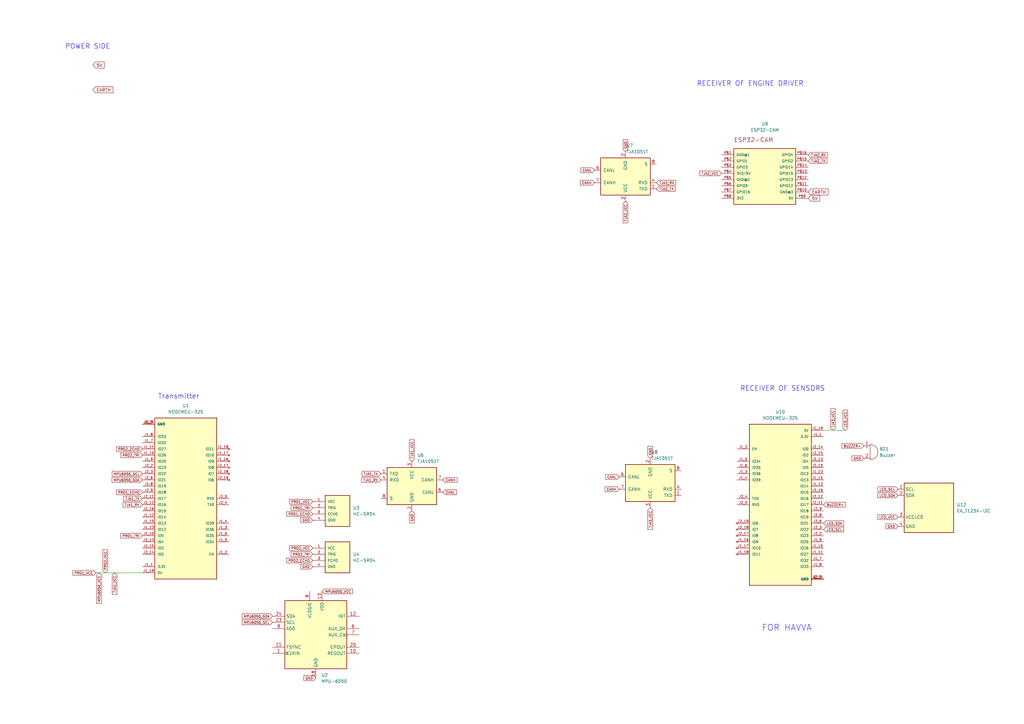
<source format=kicad_sch>
(kicad_sch (version 20230121) (generator eeschema)

  (uuid a493a4c8-5d99-493c-aa28-17f182cb1fd3)

  (paper "A3")

  (lib_symbols
    (symbol "Device:Buzzer" (pin_names (offset 0.0254) hide) (in_bom yes) (on_board yes)
      (property "Reference" "BZ" (at 3.81 1.27 0)
        (effects (font (size 1.27 1.27)) (justify left))
      )
      (property "Value" "Buzzer" (at 3.81 -1.27 0)
        (effects (font (size 1.27 1.27)) (justify left))
      )
      (property "Footprint" "" (at -0.635 2.54 90)
        (effects (font (size 1.27 1.27)) hide)
      )
      (property "Datasheet" "~" (at -0.635 2.54 90)
        (effects (font (size 1.27 1.27)) hide)
      )
      (property "ki_keywords" "quartz resonator ceramic" (at 0 0 0)
        (effects (font (size 1.27 1.27)) hide)
      )
      (property "ki_description" "Buzzer, polarized" (at 0 0 0)
        (effects (font (size 1.27 1.27)) hide)
      )
      (property "ki_fp_filters" "*Buzzer*" (at 0 0 0)
        (effects (font (size 1.27 1.27)) hide)
      )
      (symbol "Buzzer_0_1"
        (arc (start 0 -3.175) (mid 3.1612 0) (end 0 3.175)
          (stroke (width 0) (type default))
          (fill (type none))
        )
        (polyline
          (pts
            (xy -1.651 1.905)
            (xy -1.143 1.905)
          )
          (stroke (width 0) (type default))
          (fill (type none))
        )
        (polyline
          (pts
            (xy -1.397 2.159)
            (xy -1.397 1.651)
          )
          (stroke (width 0) (type default))
          (fill (type none))
        )
        (polyline
          (pts
            (xy 0 3.175)
            (xy 0 -3.175)
          )
          (stroke (width 0) (type default))
          (fill (type none))
        )
      )
      (symbol "Buzzer_1_1"
        (pin passive line (at -2.54 2.54 0) (length 2.54)
          (name "-" (effects (font (size 1.27 1.27))))
          (number "1" (effects (font (size 1.27 1.27))))
        )
        (pin passive line (at -2.54 -2.54 0) (length 2.54)
          (name "+" (effects (font (size 1.27 1.27))))
          (number "2" (effects (font (size 1.27 1.27))))
        )
      )
    )
    (symbol "Display_Character:EA_T123X-I2C" (in_bom yes) (on_board yes)
      (property "Reference" "U" (at -8.89 11.43 0)
        (effects (font (size 1.27 1.27)))
      )
      (property "Value" "EA_T123X-I2C" (at 3.556 11.684 0)
        (effects (font (size 1.27 1.27)) (justify left))
      )
      (property "Footprint" "Display:EA_T123X-I2C" (at 0 -15.24 0)
        (effects (font (size 1.27 1.27)) hide)
      )
      (property "Datasheet" "http://www.lcd-module.de/pdf/doma/t123-i2c.pdf" (at 0 -12.7 0)
        (effects (font (size 1.27 1.27)) hide)
      )
      (property "ki_keywords" "display LCD 7-segment" (at 0 0 0)
        (effects (font (size 1.27 1.27)) hide)
      )
      (property "ki_description" "3 Lines, 12 character alpha numeric LCD, transreflective STN and FSTN Gray, I2C, single or dual power" (at 0 0 0)
        (effects (font (size 1.27 1.27)) hide)
      )
      (property "ki_fp_filters" "EA?T123X?I2C*" (at 0 0 0)
        (effects (font (size 1.27 1.27)) hide)
      )
      (symbol "EA_T123X-I2C_0_1"
        (rectangle (start -10.16 10.16) (end 10.16 -10.16)
          (stroke (width 0.254) (type default))
          (fill (type background))
        )
      )
      (symbol "EA_T123X-I2C_1_1"
        (pin input line (at -12.7 7.62 0) (length 2.54)
          (name "SCL" (effects (font (size 1.27 1.27))))
          (number "1" (effects (font (size 1.27 1.27))))
        )
        (pin bidirectional line (at -12.7 5.08 0) (length 2.54)
          (name "SDA" (effects (font (size 1.27 1.27))))
          (number "2" (effects (font (size 1.27 1.27))))
        )
        (pin input line (at -12.7 -3.81 0) (length 2.54)
          (name "VCCLCD" (effects (font (size 1.27 1.27))))
          (number "3" (effects (font (size 1.27 1.27))))
        )
        (pin input line (at -12.7 -7.62 0) (length 2.54)
          (name "GND" (effects (font (size 1.27 1.27))))
          (number "4" (effects (font (size 1.27 1.27))))
        )
      )
    )
    (symbol "ESP32-CAM:ESP32-CAM" (pin_names (offset 1.016)) (in_bom yes) (on_board yes)
      (property "Reference" "U" (at 0 0 0)
        (effects (font (size 1.27 1.27)) (justify bottom))
      )
      (property "Value" "ESP32-CAM" (at 0 0 0)
        (effects (font (size 1.27 1.27)) (justify bottom))
      )
      (property "Footprint" "ESP32-CAM:ESP32-CAM" (at 0 0 0)
        (effects (font (size 1.27 1.27)) (justify bottom) hide)
      )
      (property "Datasheet" "" (at 0 0 0)
        (effects (font (size 1.27 1.27)) hide)
      )
      (property "MF" "AI-Thinker" (at 0 0 0)
        (effects (font (size 1.27 1.27)) (justify bottom) hide)
      )
      (property "Description" "\nESP32 ESP32 Transceiver; 802.11 a/b/g/n (Wi-Fi, WiFi, WLAN), Bluetooth® Smart 4.x Low Energy (BLE) Evaluation Board\n" (at 0 0 0)
        (effects (font (size 1.27 1.27)) (justify bottom) hide)
      )
      (property "Package" "None" (at 0 0 0)
        (effects (font (size 1.27 1.27)) (justify bottom) hide)
      )
      (property "Price" "None" (at 0 0 0)
        (effects (font (size 1.27 1.27)) (justify bottom) hide)
      )
      (property "SnapEDA_Link" "https://www.snapeda.com/parts/ESP32-CAM/AI-Thinker/view-part/?ref=snap" (at 0 0 0)
        (effects (font (size 1.27 1.27)) (justify bottom) hide)
      )
      (property "MP" "ESP32-CAM" (at 0 0 0)
        (effects (font (size 1.27 1.27)) (justify bottom) hide)
      )
      (property "Availability" "Not in stock" (at 0 0 0)
        (effects (font (size 1.27 1.27)) (justify bottom) hide)
      )
      (property "Check_prices" "https://www.snapeda.com/parts/ESP32-CAM/AI-Thinker/view-part/?ref=eda" (at 0 0 0)
        (effects (font (size 1.27 1.27)) (justify bottom) hide)
      )
      (symbol "ESP32-CAM_0_0"
        (rectangle (start -12.7 -10.16) (end 12.7 12.7)
          (stroke (width 0.254) (type default))
          (fill (type background))
        )
        (text "ESP32-CAM" (at -12.7 15.24 0)
          (effects (font (size 1.778 1.778)) (justify left bottom))
        )
        (pin bidirectional line (at -17.78 10.16 0) (length 5.08)
          (name "GND@1" (effects (font (size 1.016 1.016))))
          (number "P$1" (effects (font (size 1.016 1.016))))
        )
        (pin bidirectional line (at 17.78 -5.08 180) (length 5.08)
          (name "GND@3" (effects (font (size 1.016 1.016))))
          (number "P$10" (effects (font (size 1.016 1.016))))
        )
        (pin bidirectional line (at 17.78 -2.54 180) (length 5.08)
          (name "GPIO12" (effects (font (size 1.016 1.016))))
          (number "P$11" (effects (font (size 1.016 1.016))))
        )
        (pin bidirectional line (at 17.78 0 180) (length 5.08)
          (name "GPIO13" (effects (font (size 1.016 1.016))))
          (number "P$12" (effects (font (size 1.016 1.016))))
        )
        (pin bidirectional line (at 17.78 2.54 180) (length 5.08)
          (name "GPIO15" (effects (font (size 1.016 1.016))))
          (number "P$13" (effects (font (size 1.016 1.016))))
        )
        (pin bidirectional line (at 17.78 5.08 180) (length 5.08)
          (name "GPIO14" (effects (font (size 1.016 1.016))))
          (number "P$14" (effects (font (size 1.016 1.016))))
        )
        (pin bidirectional line (at 17.78 7.62 180) (length 5.08)
          (name "GPIO2" (effects (font (size 1.016 1.016))))
          (number "P$15" (effects (font (size 1.016 1.016))))
        )
        (pin bidirectional line (at 17.78 10.16 180) (length 5.08)
          (name "GPIO4" (effects (font (size 1.016 1.016))))
          (number "P$16" (effects (font (size 1.016 1.016))))
        )
        (pin bidirectional line (at -17.78 7.62 0) (length 5.08)
          (name "GPIO1" (effects (font (size 1.016 1.016))))
          (number "P$2" (effects (font (size 1.016 1.016))))
        )
        (pin bidirectional line (at -17.78 5.08 0) (length 5.08)
          (name "GPIO3" (effects (font (size 1.016 1.016))))
          (number "P$3" (effects (font (size 1.016 1.016))))
        )
        (pin bidirectional line (at -17.78 2.54 0) (length 5.08)
          (name "3V3/5V" (effects (font (size 1.016 1.016))))
          (number "P$4" (effects (font (size 1.016 1.016))))
        )
        (pin bidirectional line (at -17.78 0 0) (length 5.08)
          (name "GND@2" (effects (font (size 1.016 1.016))))
          (number "P$5" (effects (font (size 1.016 1.016))))
        )
        (pin bidirectional line (at -17.78 -2.54 0) (length 5.08)
          (name "GPIO0" (effects (font (size 1.016 1.016))))
          (number "P$6" (effects (font (size 1.016 1.016))))
        )
        (pin bidirectional line (at -17.78 -5.08 0) (length 5.08)
          (name "GPIO16" (effects (font (size 1.016 1.016))))
          (number "P$7" (effects (font (size 1.016 1.016))))
        )
        (pin bidirectional line (at -17.78 -7.62 0) (length 5.08)
          (name "3V3" (effects (font (size 1.016 1.016))))
          (number "P$8" (effects (font (size 1.016 1.016))))
        )
        (pin bidirectional line (at 17.78 -7.62 180) (length 5.08)
          (name "5V" (effects (font (size 1.016 1.016))))
          (number "P$9" (effects (font (size 1.016 1.016))))
        )
      )
    )
    (symbol "HC-SR04:HC-SR04" (pin_names (offset 1.016)) (in_bom yes) (on_board yes)
      (property "Reference" "U" (at 0 5.0813 0)
        (effects (font (size 1.27 1.27)) (justify left bottom))
      )
      (property "Value" "HC-SR04" (at 0 -10.163 0)
        (effects (font (size 1.27 1.27)) (justify left bottom))
      )
      (property "Footprint" "HC-SR04:XCVR_HC-SR04" (at 0 0 0)
        (effects (font (size 1.27 1.27)) (justify bottom) hide)
      )
      (property "Datasheet" "" (at 0 0 0)
        (effects (font (size 1.27 1.27)) hide)
      )
      (property "MF" "OSEPP Electronics LTD" (at 0 0 0)
        (effects (font (size 1.27 1.27)) (justify bottom) hide)
      )
      (property "Description" "\nUltrasonic Sensor Module,Rectangular,20-4000 mm,5 V,15 mA,Arduino Compatible | OSEPP HC-SR04\n" (at 0 0 0)
        (effects (font (size 1.27 1.27)) (justify bottom) hide)
      )
      (property "Package" "None" (at 0 0 0)
        (effects (font (size 1.27 1.27)) (justify bottom) hide)
      )
      (property "Price" "None" (at 0 0 0)
        (effects (font (size 1.27 1.27)) (justify bottom) hide)
      )
      (property "Check_prices" "https://www.snapeda.com/parts/HC-SR04/Applied+Avionics/view-part/?ref=eda" (at 0 0 0)
        (effects (font (size 1.27 1.27)) (justify bottom) hide)
      )
      (property "SnapEDA_Link" "https://www.snapeda.com/parts/HC-SR04/Applied+Avionics/view-part/?ref=snap" (at 0 0 0)
        (effects (font (size 1.27 1.27)) (justify bottom) hide)
      )
      (property "MP" "HC-SR04" (at 0 0 0)
        (effects (font (size 1.27 1.27)) (justify bottom) hide)
      )
      (property "Availability" "In Stock" (at 0 0 0)
        (effects (font (size 1.27 1.27)) (justify bottom) hide)
      )
      (property "MANUFACTURER" "Osepp" (at 0 0 0)
        (effects (font (size 1.27 1.27)) (justify bottom) hide)
      )
      (symbol "HC-SR04_0_0"
        (rectangle (start 0 -7.62) (end 10.16 5.08)
          (stroke (width 0.254) (type default))
          (fill (type background))
        )
        (pin power_in line (at -5.08 2.54 0) (length 5.08)
          (name "VCC" (effects (font (size 1.016 1.016))))
          (number "1" (effects (font (size 1.016 1.016))))
        )
        (pin bidirectional line (at -5.08 0 0) (length 5.08)
          (name "TRIG" (effects (font (size 1.016 1.016))))
          (number "2" (effects (font (size 1.016 1.016))))
        )
        (pin bidirectional line (at -5.08 -2.54 0) (length 5.08)
          (name "ECHO" (effects (font (size 1.016 1.016))))
          (number "3" (effects (font (size 1.016 1.016))))
        )
        (pin power_in line (at -5.08 -5.08 0) (length 5.08)
          (name "GND" (effects (font (size 1.016 1.016))))
          (number "4" (effects (font (size 1.016 1.016))))
        )
      )
    )
    (symbol "Interface_CAN_LIN:TJA1051T" (pin_names (offset 1.016)) (in_bom yes) (on_board yes)
      (property "Reference" "U" (at -10.16 8.89 0)
        (effects (font (size 1.27 1.27)) (justify left))
      )
      (property "Value" "TJA1051T" (at 1.27 8.89 0)
        (effects (font (size 1.27 1.27)) (justify left))
      )
      (property "Footprint" "Package_SO:SOIC-8_3.9x4.9mm_P1.27mm" (at 0 -12.7 0)
        (effects (font (size 1.27 1.27) italic) hide)
      )
      (property "Datasheet" "http://www.nxp.com/docs/en/data-sheet/TJA1051.pdf" (at 0 0 0)
        (effects (font (size 1.27 1.27)) hide)
      )
      (property "ki_keywords" "High-Speed CAN Transceiver" (at 0 0 0)
        (effects (font (size 1.27 1.27)) hide)
      )
      (property "ki_description" "High-Speed CAN Transceiver, silent mode, SOIC-8" (at 0 0 0)
        (effects (font (size 1.27 1.27)) hide)
      )
      (property "ki_fp_filters" "SOIC*3.9x4.9mm*P1.27mm*" (at 0 0 0)
        (effects (font (size 1.27 1.27)) hide)
      )
      (symbol "TJA1051T_0_1"
        (rectangle (start -10.16 7.62) (end 10.16 -7.62)
          (stroke (width 0.254) (type default))
          (fill (type background))
        )
      )
      (symbol "TJA1051T_1_1"
        (pin input line (at -12.7 5.08 0) (length 2.54)
          (name "TXD" (effects (font (size 1.27 1.27))))
          (number "1" (effects (font (size 1.27 1.27))))
        )
        (pin power_in line (at 0 -10.16 90) (length 2.54)
          (name "GND" (effects (font (size 1.27 1.27))))
          (number "2" (effects (font (size 1.27 1.27))))
        )
        (pin power_in line (at 0 10.16 270) (length 2.54)
          (name "VCC" (effects (font (size 1.27 1.27))))
          (number "3" (effects (font (size 1.27 1.27))))
        )
        (pin output line (at -12.7 2.54 0) (length 2.54)
          (name "RXD" (effects (font (size 1.27 1.27))))
          (number "4" (effects (font (size 1.27 1.27))))
        )
        (pin no_connect line (at -10.16 -2.54 0) (length 2.54) hide
          (name "NC" (effects (font (size 1.27 1.27))))
          (number "5" (effects (font (size 1.27 1.27))))
        )
        (pin bidirectional line (at 12.7 -2.54 180) (length 2.54)
          (name "CANL" (effects (font (size 1.27 1.27))))
          (number "6" (effects (font (size 1.27 1.27))))
        )
        (pin bidirectional line (at 12.7 2.54 180) (length 2.54)
          (name "CANH" (effects (font (size 1.27 1.27))))
          (number "7" (effects (font (size 1.27 1.27))))
        )
        (pin input line (at -12.7 -5.08 0) (length 2.54)
          (name "S" (effects (font (size 1.27 1.27))))
          (number "8" (effects (font (size 1.27 1.27))))
        )
      )
    )
    (symbol "NODEMCU-32S:NODEMCU-32S" (pin_names (offset 1.016)) (in_bom yes) (on_board yes)
      (property "Reference" "U" (at -12.7 33.782 0)
        (effects (font (size 1.27 1.27)) (justify left bottom))
      )
      (property "Value" "NODEMCU-32S" (at -12.7 -35.56 0)
        (effects (font (size 1.27 1.27)) (justify left bottom))
      )
      (property "Footprint" "NODEMCU-32S:MODULE_NODEMCU-32S" (at 0 0 0)
        (effects (font (size 1.27 1.27)) (justify bottom) hide)
      )
      (property "Datasheet" "" (at 0 0 0)
        (effects (font (size 1.27 1.27)) hide)
      )
      (property "MF" "AI-Thinker" (at 0 0 0)
        (effects (font (size 1.27 1.27)) (justify bottom) hide)
      )
      (property "MAXIMUM_PACKAGE_HEIGHT" "3.00mm" (at 0 0 0)
        (effects (font (size 1.27 1.27)) (justify bottom) hide)
      )
      (property "Package" "Package" (at 0 0 0)
        (effects (font (size 1.27 1.27)) (justify bottom) hide)
      )
      (property "Price" "None" (at 0 0 0)
        (effects (font (size 1.27 1.27)) (justify bottom) hide)
      )
      (property "Check_prices" "https://www.snapeda.com/parts/NODEMCU-32S/AI-Thinker/view-part/?ref=eda" (at 0 0 0)
        (effects (font (size 1.27 1.27)) (justify bottom) hide)
      )
      (property "STANDARD" "Manufacturer Recommendations" (at 0 0 0)
        (effects (font (size 1.27 1.27)) (justify bottom) hide)
      )
      (property "PARTREV" "V1" (at 0 0 0)
        (effects (font (size 1.27 1.27)) (justify bottom) hide)
      )
      (property "SnapEDA_Link" "https://www.snapeda.com/parts/NODEMCU-32S/AI-Thinker/view-part/?ref=snap" (at 0 0 0)
        (effects (font (size 1.27 1.27)) (justify bottom) hide)
      )
      (property "MP" "NODEMCU-32S" (at 0 0 0)
        (effects (font (size 1.27 1.27)) (justify bottom) hide)
      )
      (property "Description" "\nWIFI MODULE V1\n" (at 0 0 0)
        (effects (font (size 1.27 1.27)) (justify bottom) hide)
      )
      (property "Availability" "Not in stock" (at 0 0 0)
        (effects (font (size 1.27 1.27)) (justify bottom) hide)
      )
      (property "MANUFACTURER" "AI-Thinker" (at 0 0 0)
        (effects (font (size 1.27 1.27)) (justify bottom) hide)
      )
      (symbol "NODEMCU-32S_0_0"
        (rectangle (start -12.7 -33.02) (end 12.7 33.02)
          (stroke (width 0.254) (type default))
          (fill (type background))
        )
        (pin power_in line (at 17.78 27.94 180) (length 5.08)
          (name "3.3V" (effects (font (size 1.016 1.016))))
          (number "J1_1" (effects (font (size 1.016 1.016))))
        )
        (pin bidirectional line (at 17.78 -17.78 180) (length 5.08)
          (name "IO26" (effects (font (size 1.016 1.016))))
          (number "J1_10" (effects (font (size 1.016 1.016))))
        )
        (pin bidirectional line (at 17.78 -20.32 180) (length 5.08)
          (name "IO27" (effects (font (size 1.016 1.016))))
          (number "J1_11" (effects (font (size 1.016 1.016))))
        )
        (pin bidirectional line (at 17.78 7.62 180) (length 5.08)
          (name "IO14" (effects (font (size 1.016 1.016))))
          (number "J1_12" (effects (font (size 1.016 1.016))))
        )
        (pin bidirectional line (at 17.78 12.7 180) (length 5.08)
          (name "IO12" (effects (font (size 1.016 1.016))))
          (number "J1_13" (effects (font (size 1.016 1.016))))
        )
        (pin power_in line (at 17.78 -30.48 180) (length 5.08)
          (name "GND" (effects (font (size 1.016 1.016))))
          (number "J1_14" (effects (font (size 1.016 1.016))))
        )
        (pin bidirectional line (at 17.78 10.16 180) (length 5.08)
          (name "IO13" (effects (font (size 1.016 1.016))))
          (number "J1_15" (effects (font (size 1.016 1.016))))
        )
        (pin no_connect line (at -17.78 -15.24 0) (length 5.08)
          (name "IO9" (effects (font (size 1.016 1.016))))
          (number "J1_16" (effects (font (size 1.016 1.016))))
        )
        (pin no_connect line (at -17.78 -17.78 0) (length 5.08)
          (name "IO10" (effects (font (size 1.016 1.016))))
          (number "J1_17" (effects (font (size 1.016 1.016))))
        )
        (pin no_connect line (at -17.78 -20.32 0) (length 5.08)
          (name "IO11" (effects (font (size 1.016 1.016))))
          (number "J1_18" (effects (font (size 1.016 1.016))))
        )
        (pin power_in line (at 17.78 30.48 180) (length 5.08)
          (name "5V" (effects (font (size 1.016 1.016))))
          (number "J1_19" (effects (font (size 1.016 1.016))))
        )
        (pin input line (at -17.78 22.86 0) (length 5.08)
          (name "EN" (effects (font (size 1.016 1.016))))
          (number "J1_2" (effects (font (size 1.016 1.016))))
        )
        (pin input line (at -17.78 12.7 0) (length 5.08)
          (name "IO36" (effects (font (size 1.016 1.016))))
          (number "J1_3" (effects (font (size 1.016 1.016))))
        )
        (pin input line (at -17.78 10.16 0) (length 5.08)
          (name "IO39" (effects (font (size 1.016 1.016))))
          (number "J1_4" (effects (font (size 1.016 1.016))))
        )
        (pin input line (at -17.78 17.78 0) (length 5.08)
          (name "IO34" (effects (font (size 1.016 1.016))))
          (number "J1_5" (effects (font (size 1.016 1.016))))
        )
        (pin input line (at -17.78 15.24 0) (length 5.08)
          (name "IO35" (effects (font (size 1.016 1.016))))
          (number "J1_6" (effects (font (size 1.016 1.016))))
        )
        (pin bidirectional line (at 17.78 -22.86 180) (length 5.08)
          (name "IO32" (effects (font (size 1.016 1.016))))
          (number "J1_7" (effects (font (size 1.016 1.016))))
        )
        (pin bidirectional line (at 17.78 -25.4 180) (length 5.08)
          (name "IO33" (effects (font (size 1.016 1.016))))
          (number "J1_8" (effects (font (size 1.016 1.016))))
        )
        (pin bidirectional line (at 17.78 -15.24 180) (length 5.08)
          (name "IO25" (effects (font (size 1.016 1.016))))
          (number "J1_9" (effects (font (size 1.016 1.016))))
        )
        (pin power_in line (at 17.78 -30.48 180) (length 5.08)
          (name "GND" (effects (font (size 1.016 1.016))))
          (number "J2_1" (effects (font (size 1.016 1.016))))
        )
        (pin bidirectional line (at 17.78 15.24 180) (length 5.08)
          (name "IO5" (effects (font (size 1.016 1.016))))
          (number "J2_10" (effects (font (size 1.016 1.016))))
        )
        (pin bidirectional line (at 17.78 0 180) (length 5.08)
          (name "IO17" (effects (font (size 1.016 1.016))))
          (number "J2_11" (effects (font (size 1.016 1.016))))
        )
        (pin bidirectional line (at 17.78 2.54 180) (length 5.08)
          (name "IO16" (effects (font (size 1.016 1.016))))
          (number "J2_12" (effects (font (size 1.016 1.016))))
        )
        (pin bidirectional line (at 17.78 17.78 180) (length 5.08)
          (name "IO4" (effects (font (size 1.016 1.016))))
          (number "J2_13" (effects (font (size 1.016 1.016))))
        )
        (pin bidirectional line (at 17.78 22.86 180) (length 5.08)
          (name "IO0" (effects (font (size 1.016 1.016))))
          (number "J2_14" (effects (font (size 1.016 1.016))))
        )
        (pin bidirectional line (at 17.78 20.32 180) (length 5.08)
          (name "IO2" (effects (font (size 1.016 1.016))))
          (number "J2_15" (effects (font (size 1.016 1.016))))
        )
        (pin bidirectional line (at 17.78 5.08 180) (length 5.08)
          (name "IO15" (effects (font (size 1.016 1.016))))
          (number "J2_16" (effects (font (size 1.016 1.016))))
        )
        (pin no_connect line (at -17.78 -12.7 0) (length 5.08)
          (name "IO8" (effects (font (size 1.016 1.016))))
          (number "J2_17" (effects (font (size 1.016 1.016))))
        )
        (pin no_connect line (at -17.78 -10.16 0) (length 5.08)
          (name "IO7" (effects (font (size 1.016 1.016))))
          (number "J2_18" (effects (font (size 1.016 1.016))))
        )
        (pin no_connect line (at -17.78 -7.62 0) (length 5.08)
          (name "IO6" (effects (font (size 1.016 1.016))))
          (number "J2_19" (effects (font (size 1.016 1.016))))
        )
        (pin bidirectional line (at 17.78 -12.7 180) (length 5.08)
          (name "IO23" (effects (font (size 1.016 1.016))))
          (number "J2_2" (effects (font (size 1.016 1.016))))
        )
        (pin bidirectional line (at 17.78 -10.16 180) (length 5.08)
          (name "IO22" (effects (font (size 1.016 1.016))))
          (number "J2_3" (effects (font (size 1.016 1.016))))
        )
        (pin bidirectional line (at -17.78 2.54 0) (length 5.08)
          (name "TX0" (effects (font (size 1.016 1.016))))
          (number "J2_4" (effects (font (size 1.016 1.016))))
        )
        (pin bidirectional line (at -17.78 0 0) (length 5.08)
          (name "RX0" (effects (font (size 1.016 1.016))))
          (number "J2_5" (effects (font (size 1.016 1.016))))
        )
        (pin bidirectional line (at 17.78 -7.62 180) (length 5.08)
          (name "IO21" (effects (font (size 1.016 1.016))))
          (number "J2_6" (effects (font (size 1.016 1.016))))
        )
        (pin power_in line (at 17.78 -30.48 180) (length 5.08)
          (name "GND" (effects (font (size 1.016 1.016))))
          (number "J2_7" (effects (font (size 1.016 1.016))))
        )
        (pin bidirectional line (at 17.78 -5.08 180) (length 5.08)
          (name "IO19" (effects (font (size 1.016 1.016))))
          (number "J2_8" (effects (font (size 1.016 1.016))))
        )
        (pin bidirectional line (at 17.78 -2.54 180) (length 5.08)
          (name "IO18" (effects (font (size 1.016 1.016))))
          (number "J2_9" (effects (font (size 1.016 1.016))))
        )
      )
    )
    (symbol "Sensor_Motion:MPU-6050" (in_bom yes) (on_board yes)
      (property "Reference" "U" (at -11.43 13.97 0)
        (effects (font (size 1.27 1.27)))
      )
      (property "Value" "MPU-6050" (at 7.62 -15.24 0)
        (effects (font (size 1.27 1.27)))
      )
      (property "Footprint" "Sensor_Motion:InvenSense_QFN-24_4x4mm_P0.5mm" (at 0 -20.32 0)
        (effects (font (size 1.27 1.27)) hide)
      )
      (property "Datasheet" "https://invensense.tdk.com/wp-content/uploads/2015/02/MPU-6000-Datasheet1.pdf" (at 0 -3.81 0)
        (effects (font (size 1.27 1.27)) hide)
      )
      (property "ki_keywords" "mems" (at 0 0 0)
        (effects (font (size 1.27 1.27)) hide)
      )
      (property "ki_description" "InvenSense 6-Axis Motion Sensor, Gyroscope, Accelerometer, I2C" (at 0 0 0)
        (effects (font (size 1.27 1.27)) hide)
      )
      (property "ki_fp_filters" "*QFN*4x4mm*P0.5mm*" (at 0 0 0)
        (effects (font (size 1.27 1.27)) hide)
      )
      (symbol "MPU-6050_0_0"
        (text "" (at 12.7 -2.54 0)
          (effects (font (size 1.27 1.27)))
        )
      )
      (symbol "MPU-6050_0_1"
        (rectangle (start -12.7 13.97) (end 12.7 -13.97)
          (stroke (width 0.254) (type default))
          (fill (type background))
        )
      )
      (symbol "MPU-6050_1_1"
        (pin input clock (at -17.78 -7.62 0) (length 5.08)
          (name "CLKIN" (effects (font (size 1.27 1.27))))
          (number "1" (effects (font (size 1.27 1.27))))
        )
        (pin passive line (at 17.78 -7.62 180) (length 5.08)
          (name "REGOUT" (effects (font (size 1.27 1.27))))
          (number "10" (effects (font (size 1.27 1.27))))
        )
        (pin input line (at -17.78 -5.08 0) (length 5.08)
          (name "FSYNC" (effects (font (size 1.27 1.27))))
          (number "11" (effects (font (size 1.27 1.27))))
        )
        (pin output line (at 17.78 7.62 180) (length 5.08)
          (name "INT" (effects (font (size 1.27 1.27))))
          (number "12" (effects (font (size 1.27 1.27))))
        )
        (pin power_in line (at 2.54 17.78 270) (length 3.81)
          (name "VDD" (effects (font (size 1.27 1.27))))
          (number "13" (effects (font (size 1.27 1.27))))
        )
        (pin no_connect line (at -12.7 -10.16 0) (length 2.54) hide
          (name "NC" (effects (font (size 1.27 1.27))))
          (number "14" (effects (font (size 1.27 1.27))))
        )
        (pin no_connect line (at 12.7 12.7 180) (length 2.54) hide
          (name "NC" (effects (font (size 1.27 1.27))))
          (number "15" (effects (font (size 1.27 1.27))))
        )
        (pin no_connect line (at 12.7 10.16 180) (length 2.54) hide
          (name "NC" (effects (font (size 1.27 1.27))))
          (number "16" (effects (font (size 1.27 1.27))))
        )
        (pin no_connect line (at 12.7 5.08 180) (length 2.54) hide
          (name "NC" (effects (font (size 1.27 1.27))))
          (number "17" (effects (font (size 1.27 1.27))))
        )
        (pin power_in line (at 0 -17.78 90) (length 3.81)
          (name "GND" (effects (font (size 1.27 1.27))))
          (number "18" (effects (font (size 1.27 1.27))))
        )
        (pin no_connect line (at 12.7 -10.16 180) (length 2.54) hide
          (name "RESV" (effects (font (size 1.27 1.27))))
          (number "19" (effects (font (size 1.27 1.27))))
        )
        (pin no_connect line (at -12.7 12.7 0) (length 2.54) hide
          (name "NC" (effects (font (size 1.27 1.27))))
          (number "2" (effects (font (size 1.27 1.27))))
        )
        (pin passive line (at 17.78 -5.08 180) (length 5.08)
          (name "CPOUT" (effects (font (size 1.27 1.27))))
          (number "20" (effects (font (size 1.27 1.27))))
        )
        (pin no_connect line (at 12.7 -2.54 180) (length 2.54) hide
          (name "RESV" (effects (font (size 1.27 1.27))))
          (number "21" (effects (font (size 1.27 1.27))))
        )
        (pin no_connect line (at 12.7 -12.7 180) (length 2.54) hide
          (name "RESV" (effects (font (size 1.27 1.27))))
          (number "22" (effects (font (size 1.27 1.27))))
        )
        (pin input line (at -17.78 5.08 0) (length 5.08)
          (name "SCL" (effects (font (size 1.27 1.27))))
          (number "23" (effects (font (size 1.27 1.27))))
        )
        (pin bidirectional line (at -17.78 7.62 0) (length 5.08)
          (name "SDA" (effects (font (size 1.27 1.27))))
          (number "24" (effects (font (size 1.27 1.27))))
        )
        (pin no_connect line (at -12.7 10.16 0) (length 2.54) hide
          (name "NC" (effects (font (size 1.27 1.27))))
          (number "3" (effects (font (size 1.27 1.27))))
        )
        (pin no_connect line (at -12.7 0 0) (length 2.54) hide
          (name "NC" (effects (font (size 1.27 1.27))))
          (number "4" (effects (font (size 1.27 1.27))))
        )
        (pin no_connect line (at -12.7 -2.54 0) (length 2.54) hide
          (name "NC" (effects (font (size 1.27 1.27))))
          (number "5" (effects (font (size 1.27 1.27))))
        )
        (pin bidirectional line (at 17.78 2.54 180) (length 5.08)
          (name "AUX_DA" (effects (font (size 1.27 1.27))))
          (number "6" (effects (font (size 1.27 1.27))))
        )
        (pin output clock (at 17.78 0 180) (length 5.08)
          (name "AUX_CL" (effects (font (size 1.27 1.27))))
          (number "7" (effects (font (size 1.27 1.27))))
        )
        (pin power_in line (at -2.54 17.78 270) (length 3.81)
          (name "VLOGIC" (effects (font (size 1.27 1.27))))
          (number "8" (effects (font (size 1.27 1.27))))
        )
        (pin input line (at -17.78 2.54 0) (length 5.08)
          (name "AD0" (effects (font (size 1.27 1.27))))
          (number "9" (effects (font (size 1.27 1.27))))
        )
      )
    )
  )


  (wire (pts (xy 39.37 234.95) (xy 58.42 234.95))
    (stroke (width 0) (type default))
    (uuid d51ce045-79bc-4b15-8f1f-0aa55b599d93)
  )
  (wire (pts (xy 346.71 176.53) (xy 337.82 176.53))
    (stroke (width 0) (type default))
    (uuid e6a19c16-9b08-4f62-a725-da42981afac0)
  )

  (text "FOR HAVVA\n" (at 312.42 259.08 0)
    (effects (font (size 2.5 2.5)) (justify left bottom))
    (uuid 378945d9-45f0-433b-ac53-113993049019)
  )
  (text "POWER SIDE \n" (at 26.67 20.32 0)
    (effects (font (size 2 2)) (justify left bottom))
    (uuid 742215cb-140f-4956-9312-3456575cf2f6)
  )
  (text "RECEIVER OF SENSORS\n\n" (at 303.53 163.83 0)
    (effects (font (size 2 2)) (justify left bottom))
    (uuid 809963a0-726f-4583-870b-d0eb976acfe9)
  )
  (text "RECEIVER OF ENGINE DRIVER" (at 285.75 35.56 0)
    (effects (font (size 2 2)) (justify left bottom))
    (uuid c6f10f7b-329e-4922-a038-ecd7fc863b7d)
  )
  (text "Transmitter\n" (at 64.77 163.83 0)
    (effects (font (size 2 2)) (justify left bottom))
    (uuid dd169ec4-d78e-4ea1-b493-dba95b822e22)
  )

  (global_label "5V" (shape input) (at 331.47 81.28 0) (fields_autoplaced)
    (effects (font (size 1.27 1.27)) (justify left))
    (uuid 0480f4f6-1789-4b6b-9380-07758961f076)
    (property "Intersheetrefs" "${INTERSHEET_REFS}" (at 336.7533 81.28 0)
      (effects (font (size 1.27 1.27)) (justify left) hide)
    )
  )
  (global_label "TJA2_VCC" (shape input) (at 256.54 82.55 270) (fields_autoplaced)
    (effects (font (size 1 1)) (justify right))
    (uuid 110e0183-3ccd-4871-a250-017611534ccf)
    (property "Intersheetrefs" "${INTERSHEET_REFS}" (at 256.54 91.8526 90)
      (effects (font (size 1.27 1.27)) (justify right) hide)
    )
  )
  (global_label "PRO2_VCC" (shape input) (at 43.18 234.95 90) (fields_autoplaced)
    (effects (font (size 1 1)) (justify left))
    (uuid 155548db-3392-4b67-97d7-9fc3b478359a)
    (property "Intersheetrefs" "${INTERSHEET_REFS}" (at 43.18 224.9807 90)
      (effects (font (size 1.27 1.27)) (justify left) hide)
    )
  )
  (global_label "TJA1_TX" (shape input) (at 156.21 194.31 180) (fields_autoplaced)
    (effects (font (size 1 1)) (justify right))
    (uuid 15a02161-7fab-448f-bdd2-03aa84bffead)
    (property "Intersheetrefs" "${INTERSHEET_REFS}" (at 148.0502 194.31 0)
      (effects (font (size 1.27 1.27)) (justify right) hide)
    )
  )
  (global_label "TJA3_VCC" (shape input) (at 266.7 208.28 270) (fields_autoplaced)
    (effects (font (size 1 1)) (justify right))
    (uuid 162b995c-fae3-4235-9e5c-9c6255d4c1e4)
    (property "Intersheetrefs" "${INTERSHEET_REFS}" (at 266.7 217.5826 90)
      (effects (font (size 1.27 1.27)) (justify right) hide)
    )
  )
  (global_label "PRO2_TRI" (shape input) (at 128.27 227.33 180) (fields_autoplaced)
    (effects (font (size 1 1)) (justify right))
    (uuid 166b3283-d6f1-420e-8539-3627fff12df0)
    (property "Intersheetrefs" "${INTERSHEET_REFS}" (at 118.9197 227.33 0)
      (effects (font (size 1.27 1.27)) (justify right) hide)
    )
  )
  (global_label "MPU6050_SCL" (shape input) (at 58.42 194.31 180) (fields_autoplaced)
    (effects (font (size 1 1)) (justify right))
    (uuid 1767b24a-d6ba-448d-a064-0980b8cff568)
    (property "Intersheetrefs" "${INTERSHEET_REFS}" (at 45.5458 194.31 0)
      (effects (font (size 1.27 1.27)) (justify right) hide)
    )
  )
  (global_label "MPU6050_VCC" (shape input) (at 132.08 242.57 0) (fields_autoplaced)
    (effects (font (size 1 1)) (justify left))
    (uuid 1a0bb1d0-4d5f-461e-ae67-0ca432749c22)
    (property "Intersheetrefs" "${INTERSHEET_REFS}" (at 145.0494 242.57 0)
      (effects (font (size 1.27 1.27)) (justify left) hide)
    )
  )
  (global_label "PRO1_TRI" (shape input) (at 128.27 208.28 180) (fields_autoplaced)
    (effects (font (size 1 1)) (justify right))
    (uuid 1cad1da8-2d52-4d67-9cea-1ae631779270)
    (property "Intersheetrefs" "${INTERSHEET_REFS}" (at 118.9197 208.28 0)
      (effects (font (size 1.27 1.27)) (justify right) hide)
    )
  )
  (global_label "MPU6050_SDA" (shape input) (at 58.42 196.85 180) (fields_autoplaced)
    (effects (font (size 1 1)) (justify right))
    (uuid 20f36af7-fc09-41a1-b5f0-2adb13e37915)
    (property "Intersheetrefs" "${INTERSHEET_REFS}" (at 45.4982 196.85 0)
      (effects (font (size 1.27 1.27)) (justify right) hide)
    )
  )
  (global_label "CANH" (shape input) (at 243.84 74.93 180) (fields_autoplaced)
    (effects (font (size 1 1)) (justify right))
    (uuid 315e2f65-af19-4d27-b7d7-ccacf6168e1f)
    (property "Intersheetrefs" "${INTERSHEET_REFS}" (at 237.5374 74.93 0)
      (effects (font (size 1.27 1.27)) (justify right) hide)
    )
  )
  (global_label "EARTH" (shape input) (at 331.47 78.74 0) (fields_autoplaced)
    (effects (font (size 1.27 1.27)) (justify left))
    (uuid 38ffc129-1f7a-4777-a6bc-1125f3363f56)
    (property "Intersheetrefs" "${INTERSHEET_REFS}" (at 340.2609 78.74 0)
      (effects (font (size 1.27 1.27)) (justify left) hide)
    )
  )
  (global_label "EARTH" (shape input) (at 38.1 36.83 0) (fields_autoplaced)
    (effects (font (size 1.27 1.27)) (justify left))
    (uuid 3de8e1fb-4b53-4554-81e5-5f82ad594e17)
    (property "Intersheetrefs" "${INTERSHEET_REFS}" (at 46.8909 36.83 0)
      (effects (font (size 1.27 1.27)) (justify left) hide)
    )
  )
  (global_label "LCD_SCL" (shape input) (at 368.3 200.66 180) (fields_autoplaced)
    (effects (font (size 1 1)) (justify right))
    (uuid 3fc96242-7b15-471a-9bd0-950ec132a148)
    (property "Intersheetrefs" "${INTERSHEET_REFS}" (at 359.6164 200.66 0)
      (effects (font (size 1.27 1.27)) (justify right) hide)
    )
  )
  (global_label "PRO1_VCC" (shape input) (at 128.27 205.74 180) (fields_autoplaced)
    (effects (font (size 1 1)) (justify right))
    (uuid 4179933c-ed14-4bd2-b335-d4dbc9e081e7)
    (property "Intersheetrefs" "${INTERSHEET_REFS}" (at 118.3007 205.74 0)
      (effects (font (size 1.27 1.27)) (justify right) hide)
    )
  )
  (global_label "PRO1_VCC" (shape input) (at 39.37 234.95 180) (fields_autoplaced)
    (effects (font (size 1 1)) (justify right))
    (uuid 42ad8fa0-2fc1-4b1d-ae66-ad8b97424b98)
    (property "Intersheetrefs" "${INTERSHEET_REFS}" (at 29.4007 234.95 0)
      (effects (font (size 1.27 1.27)) (justify right) hide)
    )
  )
  (global_label "MPU6050_SCL" (shape input) (at 111.76 255.27 180) (fields_autoplaced)
    (effects (font (size 1 1)) (justify right))
    (uuid 46113183-7971-4ae1-a0b8-892f3b4f43bd)
    (property "Intersheetrefs" "${INTERSHEET_REFS}" (at 98.8858 255.27 0)
      (effects (font (size 1.27 1.27)) (justify right) hide)
    )
  )
  (global_label "LCD_VCC" (shape input) (at 368.3 212.09 180) (fields_autoplaced)
    (effects (font (size 1 1)) (justify right))
    (uuid 5a4c16fd-7b3c-4731-b717-9199f307751b)
    (property "Intersheetrefs" "${INTERSHEET_REFS}" (at 359.5212 212.09 0)
      (effects (font (size 1.27 1.27)) (justify right) hide)
    )
  )
  (global_label "PRO2_ECHO" (shape input) (at 58.42 184.15 180) (fields_autoplaced)
    (effects (font (size 1 1)) (justify right))
    (uuid 5c654d5c-c458-4afc-894b-b5abd7e840eb)
    (property "Intersheetrefs" "${INTERSHEET_REFS}" (at 47.3078 184.15 0)
      (effects (font (size 1.27 1.27)) (justify right) hide)
    )
  )
  (global_label "PRO2_VCC" (shape input) (at 128.27 224.79 180) (fields_autoplaced)
    (effects (font (size 1 1)) (justify right))
    (uuid 5dc8599a-5b13-49aa-a388-e14bac3527e2)
    (property "Intersheetrefs" "${INTERSHEET_REFS}" (at 118.3007 224.79 0)
      (effects (font (size 1.27 1.27)) (justify right) hide)
    )
  )
  (global_label "LCD_SDA" (shape input) (at 368.3 203.2 180) (fields_autoplaced)
    (effects (font (size 1 1)) (justify right))
    (uuid 65699ca0-fb06-466a-b455-0ad55e90989c)
    (property "Intersheetrefs" "${INTERSHEET_REFS}" (at 359.5688 203.2 0)
      (effects (font (size 1.27 1.27)) (justify right) hide)
    )
  )
  (global_label "CANL" (shape input) (at 243.84 69.85 180) (fields_autoplaced)
    (effects (font (size 1 1)) (justify right))
    (uuid 66332df1-6352-45c5-9592-96391d8617e8)
    (property "Intersheetrefs" "${INTERSHEET_REFS}" (at 237.7755 69.85 0)
      (effects (font (size 1.27 1.27)) (justify right) hide)
    )
  )
  (global_label "GND" (shape input) (at 129.54 278.13 180) (fields_autoplaced)
    (effects (font (size 1 1)) (justify right))
    (uuid 671eae1f-0dea-4d47-85ce-c58fa80c45fe)
    (property "Intersheetrefs" "${INTERSHEET_REFS}" (at 124.1421 278.13 0)
      (effects (font (size 1.27 1.27)) (justify right) hide)
    )
  )
  (global_label "GND" (shape input) (at 266.7 187.96 90) (fields_autoplaced)
    (effects (font (size 1 1)) (justify left))
    (uuid 6ee1c4dd-f241-4176-a4f9-9dcf9e54662b)
    (property "Intersheetrefs" "${INTERSHEET_REFS}" (at 266.7 182.5621 90)
      (effects (font (size 1.27 1.27)) (justify left) hide)
    )
  )
  (global_label "PRO2_ECHO" (shape input) (at 128.27 229.87 180) (fields_autoplaced)
    (effects (font (size 1 1)) (justify right))
    (uuid 71a39711-518c-4c6f-8e3d-ef6e93493ee3)
    (property "Intersheetrefs" "${INTERSHEET_REFS}" (at 117.1578 229.87 0)
      (effects (font (size 1.27 1.27)) (justify right) hide)
    )
  )
  (global_label "BUZZER+" (shape input) (at 354.33 182.88 180) (fields_autoplaced)
    (effects (font (size 1 1)) (justify right))
    (uuid 803abdd5-bedd-4c23-ad75-2b6bfd9f865f)
    (property "Intersheetrefs" "${INTERSHEET_REFS}" (at 344.8844 182.88 0)
      (effects (font (size 1.27 1.27)) (justify right) hide)
    )
  )
  (global_label "CANL" (shape input) (at 181.61 201.93 0) (fields_autoplaced)
    (effects (font (size 1 1)) (justify left))
    (uuid 82a27812-6dcf-4191-bf90-9d4e64b107eb)
    (property "Intersheetrefs" "${INTERSHEET_REFS}" (at 187.6745 201.93 0)
      (effects (font (size 1.27 1.27)) (justify left) hide)
    )
  )
  (global_label "5V" (shape input) (at 38.1 26.67 0) (fields_autoplaced)
    (effects (font (size 1.27 1.27)) (justify left))
    (uuid 83ad8b34-7780-4ce8-85b7-ab22ce92f3a6)
    (property "Intersheetrefs" "${INTERSHEET_REFS}" (at 43.3833 26.67 0)
      (effects (font (size 1.27 1.27)) (justify left) hide)
    )
  )
  (global_label "TJA1_RX" (shape input) (at 156.21 196.85 180) (fields_autoplaced)
    (effects (font (size 1 1)) (justify right))
    (uuid 875cd5e5-c20f-4434-9c1a-b89c4d0fdc31)
    (property "Intersheetrefs" "${INTERSHEET_REFS}" (at 147.8121 196.85 0)
      (effects (font (size 1.27 1.27)) (justify right) hide)
    )
  )
  (global_label "TJA2_TX" (shape input) (at 269.24 77.47 0) (fields_autoplaced)
    (effects (font (size 1 1)) (justify left))
    (uuid 877bfdd0-3175-4c8d-b0fe-b22f9249d2d4)
    (property "Intersheetrefs" "${INTERSHEET_REFS}" (at 277.3998 77.47 0)
      (effects (font (size 1.27 1.27)) (justify left) hide)
    )
  )
  (global_label "TJA2_TX" (shape input) (at 331.47 66.04 0) (fields_autoplaced)
    (effects (font (size 1 1)) (justify left))
    (uuid 87b3dbcc-7a44-4df8-9023-bbcde92bd90c)
    (property "Intersheetrefs" "${INTERSHEET_REFS}" (at 339.6298 66.04 0)
      (effects (font (size 1.27 1.27)) (justify left) hide)
    )
  )
  (global_label "PRO1_ECHO" (shape input) (at 128.27 210.82 180) (fields_autoplaced)
    (effects (font (size 1 1)) (justify right))
    (uuid 94221202-7122-47df-80c6-da44b9db26ec)
    (property "Intersheetrefs" "${INTERSHEET_REFS}" (at 117.1578 210.82 0)
      (effects (font (size 1.27 1.27)) (justify right) hide)
    )
  )
  (global_label "GND" (shape input) (at 128.27 213.36 180) (fields_autoplaced)
    (effects (font (size 1 1)) (justify right))
    (uuid 94b3a079-b850-4868-9e1c-5c92024bfbd0)
    (property "Intersheetrefs" "${INTERSHEET_REFS}" (at 122.8721 213.36 0)
      (effects (font (size 1.27 1.27)) (justify right) hide)
    )
  )
  (global_label "GND" (shape input) (at 368.3 215.9 180) (fields_autoplaced)
    (effects (font (size 1 1)) (justify right))
    (uuid 97917d4a-945b-4445-ad7e-46b65413a2af)
    (property "Intersheetrefs" "${INTERSHEET_REFS}" (at 362.9021 215.9 0)
      (effects (font (size 1.27 1.27)) (justify right) hide)
    )
  )
  (global_label "CANL" (shape input) (at 254 195.58 180) (fields_autoplaced)
    (effects (font (size 1 1)) (justify right))
    (uuid 98c57e12-4f16-4a84-b3e3-0c52dd707ff1)
    (property "Intersheetrefs" "${INTERSHEET_REFS}" (at 247.9355 195.58 0)
      (effects (font (size 1.27 1.27)) (justify right) hide)
    )
  )
  (global_label "LCD_VCC" (shape input) (at 346.71 176.53 90) (fields_autoplaced)
    (effects (font (size 1 1)) (justify left))
    (uuid 9fa44d88-e5a2-4f54-9935-525b9d1692f7)
    (property "Intersheetrefs" "${INTERSHEET_REFS}" (at 346.71 167.7512 90)
      (effects (font (size 1.27 1.27)) (justify left) hide)
    )
  )
  (global_label "GND" (shape input) (at 354.33 187.96 180) (fields_autoplaced)
    (effects (font (size 1 1)) (justify right))
    (uuid 9fb54f94-3e6b-4b57-8107-b59756887851)
    (property "Intersheetrefs" "${INTERSHEET_REFS}" (at 348.9321 187.96 0)
      (effects (font (size 1.27 1.27)) (justify right) hide)
    )
  )
  (global_label "LCD_SCL" (shape input) (at 337.82 217.17 0) (fields_autoplaced)
    (effects (font (size 1 1)) (justify left))
    (uuid a46a2277-a5e6-4371-bd7a-af6b1bd29b7c)
    (property "Intersheetrefs" "${INTERSHEET_REFS}" (at 346.5036 217.17 0)
      (effects (font (size 1.27 1.27)) (justify left) hide)
    )
  )
  (global_label "TJA2_VCC" (shape input) (at 295.91 71.12 180) (fields_autoplaced)
    (effects (font (size 1 1)) (justify right))
    (uuid a9336ebe-0d96-4c0a-af8f-7c4dcda91714)
    (property "Intersheetrefs" "${INTERSHEET_REFS}" (at 286.6074 71.12 0)
      (effects (font (size 1.27 1.27)) (justify right) hide)
    )
  )
  (global_label "TJA1_VCC" (shape input) (at 168.91 189.23 90) (fields_autoplaced)
    (effects (font (size 1 1)) (justify left))
    (uuid aa0078ee-d296-46f0-93e5-56c56f66253e)
    (property "Intersheetrefs" "${INTERSHEET_REFS}" (at 168.91 179.9274 90)
      (effects (font (size 1.27 1.27)) (justify left) hide)
    )
  )
  (global_label "CANH" (shape input) (at 254 200.66 180) (fields_autoplaced)
    (effects (font (size 1 1)) (justify right))
    (uuid ac442beb-3f34-4034-8909-205839ea6699)
    (property "Intersheetrefs" "${INTERSHEET_REFS}" (at 247.6974 200.66 0)
      (effects (font (size 1.27 1.27)) (justify right) hide)
    )
  )
  (global_label "PRO1_TRI" (shape input) (at 58.42 219.71 180) (fields_autoplaced)
    (effects (font (size 1 1)) (justify right))
    (uuid ad8b172c-f367-46ab-bef5-d758adc31f9f)
    (property "Intersheetrefs" "${INTERSHEET_REFS}" (at 49.0697 219.71 0)
      (effects (font (size 1.27 1.27)) (justify right) hide)
    )
  )
  (global_label "GND" (shape input) (at 256.54 62.23 90) (fields_autoplaced)
    (effects (font (size 1 1)) (justify left))
    (uuid afbe1fd5-6fe9-43af-b661-bc2021f1d494)
    (property "Intersheetrefs" "${INTERSHEET_REFS}" (at 256.54 56.8321 90)
      (effects (font (size 1.27 1.27)) (justify left) hide)
    )
  )
  (global_label "GND" (shape input) (at 168.91 209.55 270) (fields_autoplaced)
    (effects (font (size 1 1)) (justify right))
    (uuid b4aab253-f6a0-4c54-99ab-087ee18c2394)
    (property "Intersheetrefs" "${INTERSHEET_REFS}" (at 168.91 214.9479 90)
      (effects (font (size 1.27 1.27)) (justify right) hide)
    )
  )
  (global_label "PRO2_TRI" (shape input) (at 58.42 186.69 180) (fields_autoplaced)
    (effects (font (size 1 1)) (justify right))
    (uuid b654ac94-4c93-43d5-b60b-60cd9ecc676d)
    (property "Intersheetrefs" "${INTERSHEET_REFS}" (at 49.0697 186.69 0)
      (effects (font (size 1.27 1.27)) (justify right) hide)
    )
  )
  (global_label "TJA1_VCC" (shape input) (at 46.99 234.95 270) (fields_autoplaced)
    (effects (font (size 1 1)) (justify right))
    (uuid b970ec40-72d0-4932-bf0f-2bbbc03d2ff9)
    (property "Intersheetrefs" "${INTERSHEET_REFS}" (at 46.99 244.2526 90)
      (effects (font (size 1.27 1.27)) (justify right) hide)
    )
  )
  (global_label "TJA3_VCC" (shape input) (at 341.63 176.53 90) (fields_autoplaced)
    (effects (font (size 1 1)) (justify left))
    (uuid bb832c17-cf53-4549-938b-3a5e21868c31)
    (property "Intersheetrefs" "${INTERSHEET_REFS}" (at 341.63 167.2274 90)
      (effects (font (size 1.27 1.27)) (justify left) hide)
    )
  )
  (global_label "TJA1_RX" (shape input) (at 58.42 207.01 180) (fields_autoplaced)
    (effects (font (size 1 1)) (justify right))
    (uuid c182fe15-642d-4c85-975d-5e10aa3c641b)
    (property "Intersheetrefs" "${INTERSHEET_REFS}" (at 50.0221 207.01 0)
      (effects (font (size 1.27 1.27)) (justify right) hide)
    )
  )
  (global_label "LCD_SDA" (shape input) (at 337.82 214.63 0) (fields_autoplaced)
    (effects (font (size 1 1)) (justify left))
    (uuid c5278b8b-400a-49df-92fb-55d511c808ce)
    (property "Intersheetrefs" "${INTERSHEET_REFS}" (at 346.5512 214.63 0)
      (effects (font (size 1.27 1.27)) (justify left) hide)
    )
  )
  (global_label "GND" (shape input) (at 128.27 232.41 180) (fields_autoplaced)
    (effects (font (size 1 1)) (justify right))
    (uuid c87c1f0c-14b4-494b-ae6c-c62509ae5093)
    (property "Intersheetrefs" "${INTERSHEET_REFS}" (at 122.8721 232.41 0)
      (effects (font (size 1.27 1.27)) (justify right) hide)
    )
  )
  (global_label "BUZZER+" (shape input) (at 337.82 207.01 0) (fields_autoplaced)
    (effects (font (size 1 1)) (justify left))
    (uuid d24aaf50-3e21-4cbc-8ea3-871a493b4f6c)
    (property "Intersheetrefs" "${INTERSHEET_REFS}" (at 347.2656 207.01 0)
      (effects (font (size 1.27 1.27)) (justify left) hide)
    )
  )
  (global_label "CANH" (shape input) (at 181.61 196.85 0) (fields_autoplaced)
    (effects (font (size 1 1)) (justify left))
    (uuid dd8be146-5032-45c1-932e-173c09ec22e9)
    (property "Intersheetrefs" "${INTERSHEET_REFS}" (at 187.9126 196.85 0)
      (effects (font (size 1.27 1.27)) (justify left) hide)
    )
  )
  (global_label "PRO1_ECHO" (shape input) (at 58.42 201.93 180) (fields_autoplaced)
    (effects (font (size 1 1)) (justify right))
    (uuid e3586da5-22b6-4490-9e83-ff3ab5902bcc)
    (property "Intersheetrefs" "${INTERSHEET_REFS}" (at 47.3078 201.93 0)
      (effects (font (size 1.27 1.27)) (justify right) hide)
    )
  )
  (global_label "MPU6050_SDA" (shape input) (at 111.76 252.73 180) (fields_autoplaced)
    (effects (font (size 1 1)) (justify right))
    (uuid ed51d8e7-3dab-463a-bf97-40f4649bcb02)
    (property "Intersheetrefs" "${INTERSHEET_REFS}" (at 98.8382 252.73 0)
      (effects (font (size 1.27 1.27)) (justify right) hide)
    )
  )
  (global_label "TJA1_TX" (shape input) (at 58.42 204.47 180) (fields_autoplaced)
    (effects (font (size 1 1)) (justify right))
    (uuid ed9d7a2f-daef-4e6a-a66e-30152983c32d)
    (property "Intersheetrefs" "${INTERSHEET_REFS}" (at 50.2602 204.47 0)
      (effects (font (size 1.27 1.27)) (justify right) hide)
    )
  )
  (global_label "MPU6050_VCC" (shape input) (at 40.64 234.95 270) (fields_autoplaced)
    (effects (font (size 1 1)) (justify right))
    (uuid ee85d095-7aa7-4081-8cfc-d81cee554640)
    (property "Intersheetrefs" "${INTERSHEET_REFS}" (at 40.64 247.9194 90)
      (effects (font (size 1.27 1.27)) (justify right) hide)
    )
  )
  (global_label "TJA2_RX" (shape input) (at 269.24 74.93 0) (fields_autoplaced)
    (effects (font (size 1 1)) (justify left))
    (uuid f62f4714-6032-4bcd-9ff6-65051313df86)
    (property "Intersheetrefs" "${INTERSHEET_REFS}" (at 277.6379 74.93 0)
      (effects (font (size 1.27 1.27)) (justify left) hide)
    )
  )
  (global_label "TJA2_RX" (shape input) (at 331.47 63.5 0) (fields_autoplaced)
    (effects (font (size 1 1)) (justify left))
    (uuid f73dc843-a59d-46ae-859c-dd7874c71301)
    (property "Intersheetrefs" "${INTERSHEET_REFS}" (at 339.8679 63.5 0)
      (effects (font (size 1.27 1.27)) (justify left) hide)
    )
  )

  (symbol (lib_id "NODEMCU-32S:NODEMCU-32S") (at 76.2 204.47 180) (unit 1)
    (in_bom yes) (on_board yes) (dnp no) (fields_autoplaced)
    (uuid 1cee9e5f-a9ed-4b6b-886e-d3865faa7243)
    (property "Reference" "U1" (at 76.2 166.37 0)
      (effects (font (size 1.27 1.27)))
    )
    (property "Value" "NODEMCU-32S" (at 76.2 168.91 0)
      (effects (font (size 1.27 1.27)))
    )
    (property "Footprint" "NODEMCU-32S:MODULE_NODEMCU-32S" (at 76.2 204.47 0)
      (effects (font (size 1.27 1.27)) (justify bottom) hide)
    )
    (property "Datasheet" "" (at 76.2 204.47 0)
      (effects (font (size 1.27 1.27)) hide)
    )
    (property "MF" "AI-Thinker" (at 76.2 204.47 0)
      (effects (font (size 1.27 1.27)) (justify bottom) hide)
    )
    (property "MAXIMUM_PACKAGE_HEIGHT" "3.00mm" (at 76.2 204.47 0)
      (effects (font (size 1.27 1.27)) (justify bottom) hide)
    )
    (property "Package" "Package" (at 76.2 204.47 0)
      (effects (font (size 1.27 1.27)) (justify bottom) hide)
    )
    (property "Price" "None" (at 76.2 204.47 0)
      (effects (font (size 1.27 1.27)) (justify bottom) hide)
    )
    (property "Check_prices" "https://www.snapeda.com/parts/NODEMCU-32S/AI-Thinker/view-part/?ref=eda" (at 76.2 204.47 0)
      (effects (font (size 1.27 1.27)) (justify bottom) hide)
    )
    (property "STANDARD" "Manufacturer Recommendations" (at 76.2 204.47 0)
      (effects (font (size 1.27 1.27)) (justify bottom) hide)
    )
    (property "PARTREV" "V1" (at 76.2 204.47 0)
      (effects (font (size 1.27 1.27)) (justify bottom) hide)
    )
    (property "SnapEDA_Link" "https://www.snapeda.com/parts/NODEMCU-32S/AI-Thinker/view-part/?ref=snap" (at 76.2 204.47 0)
      (effects (font (size 1.27 1.27)) (justify bottom) hide)
    )
    (property "MP" "NODEMCU-32S" (at 76.2 204.47 0)
      (effects (font (size 1.27 1.27)) (justify bottom) hide)
    )
    (property "Description" "\nWIFI MODULE V1\n" (at 76.2 204.47 0)
      (effects (font (size 1.27 1.27)) (justify bottom) hide)
    )
    (property "Availability" "Not in stock" (at 76.2 204.47 0)
      (effects (font (size 1.27 1.27)) (justify bottom) hide)
    )
    (property "MANUFACTURER" "AI-Thinker" (at 76.2 204.47 0)
      (effects (font (size 1.27 1.27)) (justify bottom) hide)
    )
    (pin "J1_1" (uuid 4221db93-dd78-4aef-8d0a-9f26f947abb9))
    (pin "J1_10" (uuid 6988a289-a788-4880-b943-f6a50983b7dc))
    (pin "J1_11" (uuid 5032f914-3ba4-429d-a526-f464b2230407))
    (pin "J1_12" (uuid a8232081-7140-4405-88a8-0db7a311d543))
    (pin "J1_13" (uuid e207c8ff-a987-4e0e-925a-7d05abb70ef2))
    (pin "J1_14" (uuid ada01d05-31c6-4fea-a067-732b8698f075))
    (pin "J1_15" (uuid ebd3eb2d-b706-4849-ada7-e4c0f6f0e7b4))
    (pin "J1_16" (uuid ff613fa4-d621-48e2-9fd5-ea9a0f72ca55))
    (pin "J1_17" (uuid ef16c6f2-1461-4fde-b038-85d9cd319dd3))
    (pin "J1_18" (uuid ae923b2f-8e98-4db6-a1bb-68c226c70356))
    (pin "J1_19" (uuid b4dc28fd-781b-48ea-b863-dfaeb5e37e9f))
    (pin "J1_2" (uuid 0e7167fd-7200-40e3-ac92-884b5380c1d0))
    (pin "J1_3" (uuid c00a7145-a4a8-4c06-8ac5-252a91700a88))
    (pin "J1_4" (uuid ee465bcb-d136-4e6c-b458-2d789ac19fe7))
    (pin "J1_5" (uuid 7da84add-7d15-443b-985a-7b15bb008dfe))
    (pin "J1_6" (uuid da6925f4-9f61-4a9c-8d04-e2d55f4a611c))
    (pin "J1_7" (uuid 1cadf3b4-b5b6-43b9-99ce-35c882935078))
    (pin "J1_8" (uuid e5bca0dd-1ac7-4dd2-a411-00297dbf01e5))
    (pin "J1_9" (uuid d86ec628-3387-4691-a34b-519d61f190e0))
    (pin "J2_1" (uuid e997dd51-ead9-4d25-ac6a-27f1937600df))
    (pin "J2_10" (uuid 98d7f50f-cf28-4954-8ef9-ad61d2e1771d))
    (pin "J2_11" (uuid 008a78b0-74e7-4ead-81f4-1edbfadb656f))
    (pin "J2_12" (uuid b1ba7e4a-95c2-4582-bbdd-fb528ca8a107))
    (pin "J2_13" (uuid 9b614e13-1707-41aa-8c95-d1b300ebae1a))
    (pin "J2_14" (uuid 78a13321-eedc-406d-8152-b07560f846f0))
    (pin "J2_15" (uuid debe6506-a832-4559-b88d-f6f397f20d38))
    (pin "J2_16" (uuid 1d1b4377-cfb4-4d5e-a938-891549260f75))
    (pin "J2_17" (uuid 8304755c-0aad-4172-9508-e281dacd08e0))
    (pin "J2_18" (uuid 96fb8503-72b4-4962-98e0-f4112b78de89))
    (pin "J2_19" (uuid e1c5f4c8-6987-40ce-985d-df35912b3df7))
    (pin "J2_2" (uuid b9e6c96c-1e71-46a2-bde6-2b04a7598062))
    (pin "J2_3" (uuid d2b125b6-934b-4cc7-a052-12d07933137b))
    (pin "J2_4" (uuid 48aec05a-c16d-4c0d-b683-cd39f23285d4))
    (pin "J2_5" (uuid 972e78e4-362a-400c-96d3-88b7696ef028))
    (pin "J2_6" (uuid 28c5f810-b5c6-4ebf-b440-6dd3ef4a240e))
    (pin "J2_7" (uuid d7c61835-ab00-408d-aec7-bbc6393bb1ec))
    (pin "J2_8" (uuid 8a281cc5-83b6-4f90-a704-cbd8364d747a))
    (pin "J2_9" (uuid 8bee222d-1603-4849-8fdf-e45346c4b979))
    (instances
      (project "ESP32S"
        (path "/5c70b6e3-8ddb-440c-a9c5-bea1fb993f18"
          (reference "U1") (unit 1)
        )
      )
      (project "ESP32S_umit"
        (path "/a493a4c8-5d99-493c-aa28-17f182cb1fd3"
          (reference "U1") (unit 1)
        )
      )
    )
  )

  (symbol (lib_id "HC-SR04:HC-SR04") (at 133.35 208.28 0) (unit 1)
    (in_bom yes) (on_board yes) (dnp no) (fields_autoplaced)
    (uuid 20e4f99b-0106-4084-bc87-a3994a54fdab)
    (property "Reference" "U9" (at 144.78 208.28 0)
      (effects (font (size 1.27 1.27)) (justify left))
    )
    (property "Value" "HC-SR04" (at 144.78 210.82 0)
      (effects (font (size 1.27 1.27)) (justify left))
    )
    (property "Footprint" "HC-SR04:XCVR_HC-SR04" (at 133.35 208.28 0)
      (effects (font (size 1.27 1.27)) (justify bottom) hide)
    )
    (property "Datasheet" "" (at 133.35 208.28 0)
      (effects (font (size 1.27 1.27)) hide)
    )
    (property "MF" "OSEPP Electronics LTD" (at 133.35 208.28 0)
      (effects (font (size 1.27 1.27)) (justify bottom) hide)
    )
    (property "Description" "\nUltrasonic Sensor Module,Rectangular,20-4000 mm,5 V,15 mA,Arduino Compatible | OSEPP HC-SR04\n" (at 133.35 208.28 0)
      (effects (font (size 1.27 1.27)) (justify bottom) hide)
    )
    (property "Package" "None" (at 133.35 208.28 0)
      (effects (font (size 1.27 1.27)) (justify bottom) hide)
    )
    (property "Price" "None" (at 133.35 208.28 0)
      (effects (font (size 1.27 1.27)) (justify bottom) hide)
    )
    (property "Check_prices" "https://www.snapeda.com/parts/HC-SR04/Applied+Avionics/view-part/?ref=eda" (at 133.35 208.28 0)
      (effects (font (size 1.27 1.27)) (justify bottom) hide)
    )
    (property "SnapEDA_Link" "https://www.snapeda.com/parts/HC-SR04/Applied+Avionics/view-part/?ref=snap" (at 133.35 208.28 0)
      (effects (font (size 1.27 1.27)) (justify bottom) hide)
    )
    (property "MP" "HC-SR04" (at 133.35 208.28 0)
      (effects (font (size 1.27 1.27)) (justify bottom) hide)
    )
    (property "Availability" "In Stock" (at 133.35 208.28 0)
      (effects (font (size 1.27 1.27)) (justify bottom) hide)
    )
    (property "MANUFACTURER" "Osepp" (at 133.35 208.28 0)
      (effects (font (size 1.27 1.27)) (justify bottom) hide)
    )
    (pin "1" (uuid 9381e181-53b6-4748-86af-f55469078544))
    (pin "2" (uuid 8b0cb458-2a44-4460-a6b6-82d316aa2732))
    (pin "3" (uuid 12db60fd-da0b-4bbb-b790-8e9e78feabaf))
    (pin "4" (uuid 212a5348-2607-4f04-8b2a-e19e8262d222))
    (instances
      (project "ESP32S"
        (path "/5c70b6e3-8ddb-440c-a9c5-bea1fb993f18"
          (reference "U9") (unit 1)
        )
      )
      (project "ESP32S_umit"
        (path "/a493a4c8-5d99-493c-aa28-17f182cb1fd3"
          (reference "U3") (unit 1)
        )
      )
    )
  )

  (symbol (lib_id "Device:Buzzer") (at 356.87 185.42 0) (unit 1)
    (in_bom yes) (on_board yes) (dnp no) (fields_autoplaced)
    (uuid 344a91ce-3f26-4704-a2e2-a1f9d2e8cfb3)
    (property "Reference" "BZ1" (at 360.68 184.15 0)
      (effects (font (size 1.27 1.27)) (justify left))
    )
    (property "Value" "Buzzer" (at 360.68 186.69 0)
      (effects (font (size 1.27 1.27)) (justify left))
    )
    (property "Footprint" "" (at 356.235 182.88 90)
      (effects (font (size 1.27 1.27)) hide)
    )
    (property "Datasheet" "~" (at 356.235 182.88 90)
      (effects (font (size 1.27 1.27)) hide)
    )
    (pin "1" (uuid a28adf7b-1b90-4778-bf7a-deb8ab48d9dc))
    (pin "2" (uuid 6a40635b-3927-48de-93ae-1cf378c32fd7))
    (instances
      (project "ESP32S"
        (path "/5c70b6e3-8ddb-440c-a9c5-bea1fb993f18"
          (reference "BZ1") (unit 1)
        )
      )
      (project "ESP32S_umit"
        (path "/a493a4c8-5d99-493c-aa28-17f182cb1fd3"
          (reference "BZ1") (unit 1)
        )
      )
    )
  )

  (symbol (lib_id "Interface_CAN_LIN:TJA1051T") (at 266.7 198.12 180) (unit 1)
    (in_bom yes) (on_board yes) (dnp no) (fields_autoplaced)
    (uuid 3a5f1466-ca60-4842-8364-0b3088c8dfb8)
    (property "Reference" "U6" (at 267.0459 185.42 0)
      (effects (font (size 1.27 1.27)) (justify right))
    )
    (property "Value" "TJA1051T" (at 267.0459 187.96 0)
      (effects (font (size 1.27 1.27)) (justify right))
    )
    (property "Footprint" "Package_SO:SOIC-8_3.9x4.9mm_P1.27mm" (at 266.7 185.42 0)
      (effects (font (size 1.27 1.27) italic) hide)
    )
    (property "Datasheet" "http://www.nxp.com/docs/en/data-sheet/TJA1051.pdf" (at 266.7 198.12 0)
      (effects (font (size 1.27 1.27)) hide)
    )
    (pin "1" (uuid f904e0cb-f927-4ec7-828b-9d9e11819330))
    (pin "2" (uuid b7bec230-b71c-465c-b1b0-ea2b15ed4b66))
    (pin "3" (uuid b4881d98-8cb6-489e-9446-7052fe9bc1fa))
    (pin "4" (uuid 241e705a-ea62-47ed-a321-52d106b502b2))
    (pin "5" (uuid 04800d25-e1ba-41c8-a56d-65bea746099d))
    (pin "6" (uuid e9ed8533-dd05-4a44-8126-96cb4a96dbf3))
    (pin "7" (uuid 3ac0e171-5e15-489d-83bf-2e483b505dc3))
    (pin "8" (uuid 4984411e-eca4-4149-abe0-5c1797aedb90))
    (instances
      (project "ESP32S"
        (path "/5c70b6e3-8ddb-440c-a9c5-bea1fb993f18"
          (reference "U6") (unit 1)
        )
      )
      (project "ESP32S_umit"
        (path "/a493a4c8-5d99-493c-aa28-17f182cb1fd3"
          (reference "U8") (unit 1)
        )
      )
    )
  )

  (symbol (lib_id "Sensor_Motion:MPU-6050") (at 129.54 260.35 0) (unit 1)
    (in_bom yes) (on_board yes) (dnp no) (fields_autoplaced)
    (uuid 42e5d1c9-a122-4585-9acd-7d655cae47c6)
    (property "Reference" "U7" (at 131.7341 276.86 0)
      (effects (font (size 1.27 1.27)) (justify left))
    )
    (property "Value" "MPU-6050" (at 131.7341 279.4 0)
      (effects (font (size 1.27 1.27)) (justify left))
    )
    (property "Footprint" "Sensor_Motion:InvenSense_QFN-24_4x4mm_P0.5mm" (at 129.54 280.67 0)
      (effects (font (size 1.27 1.27)) hide)
    )
    (property "Datasheet" "https://invensense.tdk.com/wp-content/uploads/2015/02/MPU-6000-Datasheet1.pdf" (at 129.54 264.16 0)
      (effects (font (size 1.27 1.27)) hide)
    )
    (pin "1" (uuid 0bc0c6aa-31a5-43c3-a3d2-56fe546b79a2))
    (pin "10" (uuid 5c925ba8-75d1-4c8d-89d1-cb66c38cacaf))
    (pin "11" (uuid 4ac26342-6ec8-4d60-b974-7063ae29e187))
    (pin "12" (uuid 08e53f4a-52e9-48ab-80c9-b2fe9722cd5f))
    (pin "13" (uuid c199029f-81a5-437c-ad65-1c1433aab05b))
    (pin "14" (uuid edb5ba30-d8dc-4d1b-9179-d636199ad69a))
    (pin "15" (uuid d6f6b2c9-f9a2-4056-89a9-baa544f45cf9))
    (pin "16" (uuid 4155454f-1965-428d-8050-76ff5c97d8cb))
    (pin "17" (uuid f64ec3da-7875-424b-b36d-5ff216248887))
    (pin "18" (uuid 06bff88e-f03d-4ba8-84d9-9076c4b26335))
    (pin "19" (uuid 5a5c4839-9552-4a15-8cd6-cd18599e3d14))
    (pin "2" (uuid eab60a96-d7b4-4ce7-8c4c-91848d625631))
    (pin "20" (uuid fb3e7ce8-bbbc-497e-92b7-ca522f385c6f))
    (pin "21" (uuid f594984d-4dc2-4e00-8c5a-414d599e7879))
    (pin "22" (uuid 1ccd8990-6544-4503-af28-69efbed1a90e))
    (pin "23" (uuid 3d0fc4d6-1b5f-4c7f-ab66-3e2253363e43))
    (pin "24" (uuid c9fc986e-92c2-4774-9fbc-d167bbb2970d))
    (pin "3" (uuid ef996895-7133-498a-b503-84aba9d5be92))
    (pin "4" (uuid 302340a4-c1ce-44bf-be2f-34c361ff39d4))
    (pin "5" (uuid 35a816cf-cdb2-4641-a48b-05810eac7a16))
    (pin "6" (uuid ef118934-12dd-4f39-8374-8df1c37a1904))
    (pin "7" (uuid ba200cf8-3fc7-4ec7-b0eb-7dd6405d237b))
    (pin "8" (uuid c0c83c62-6602-486f-bdd0-4db88bddc744))
    (pin "9" (uuid 54589967-241d-42a2-8052-3e45a4194246))
    (instances
      (project "ESP32S"
        (path "/5c70b6e3-8ddb-440c-a9c5-bea1fb993f18"
          (reference "U7") (unit 1)
        )
      )
      (project "ESP32S_umit"
        (path "/a493a4c8-5d99-493c-aa28-17f182cb1fd3"
          (reference "U2") (unit 1)
        )
      )
    )
  )

  (symbol (lib_id "NODEMCU-32S:NODEMCU-32S") (at 320.04 207.01 0) (unit 1)
    (in_bom yes) (on_board yes) (dnp no) (fields_autoplaced)
    (uuid 5dfff670-baa0-46da-81fd-673f6882cebc)
    (property "Reference" "U3" (at 320.04 168.91 0)
      (effects (font (size 1.27 1.27)))
    )
    (property "Value" "NODEMCU-32S" (at 320.04 171.45 0)
      (effects (font (size 1.27 1.27)))
    )
    (property "Footprint" "NODEMCU-32S:MODULE_NODEMCU-32S" (at 320.04 207.01 0)
      (effects (font (size 1.27 1.27)) (justify bottom) hide)
    )
    (property "Datasheet" "" (at 320.04 207.01 0)
      (effects (font (size 1.27 1.27)) hide)
    )
    (property "MF" "AI-Thinker" (at 320.04 207.01 0)
      (effects (font (size 1.27 1.27)) (justify bottom) hide)
    )
    (property "MAXIMUM_PACKAGE_HEIGHT" "3.00mm" (at 320.04 207.01 0)
      (effects (font (size 1.27 1.27)) (justify bottom) hide)
    )
    (property "Package" "Package" (at 320.04 207.01 0)
      (effects (font (size 1.27 1.27)) (justify bottom) hide)
    )
    (property "Price" "None" (at 320.04 207.01 0)
      (effects (font (size 1.27 1.27)) (justify bottom) hide)
    )
    (property "Check_prices" "https://www.snapeda.com/parts/NODEMCU-32S/AI-Thinker/view-part/?ref=eda" (at 320.04 207.01 0)
      (effects (font (size 1.27 1.27)) (justify bottom) hide)
    )
    (property "STANDARD" "Manufacturer Recommendations" (at 320.04 207.01 0)
      (effects (font (size 1.27 1.27)) (justify bottom) hide)
    )
    (property "PARTREV" "V1" (at 320.04 207.01 0)
      (effects (font (size 1.27 1.27)) (justify bottom) hide)
    )
    (property "SnapEDA_Link" "https://www.snapeda.com/parts/NODEMCU-32S/AI-Thinker/view-part/?ref=snap" (at 320.04 207.01 0)
      (effects (font (size 1.27 1.27)) (justify bottom) hide)
    )
    (property "MP" "NODEMCU-32S" (at 320.04 207.01 0)
      (effects (font (size 1.27 1.27)) (justify bottom) hide)
    )
    (property "Description" "\nWIFI MODULE V1\n" (at 320.04 207.01 0)
      (effects (font (size 1.27 1.27)) (justify bottom) hide)
    )
    (property "Availability" "Not in stock" (at 320.04 207.01 0)
      (effects (font (size 1.27 1.27)) (justify bottom) hide)
    )
    (property "MANUFACTURER" "AI-Thinker" (at 320.04 207.01 0)
      (effects (font (size 1.27 1.27)) (justify bottom) hide)
    )
    (pin "J1_1" (uuid b76c27bd-1e41-4d03-9b55-2eb3f9028366))
    (pin "J1_10" (uuid 4ad8043c-61c1-4ed4-9f14-9107ffcd06cd))
    (pin "J1_11" (uuid 0600bcec-e01a-4d3c-ab0c-59fc7806e833))
    (pin "J1_12" (uuid 4f930222-d49a-4b5d-bee7-ef12ad5fcfb5))
    (pin "J1_13" (uuid c769c683-ab10-45e9-9c78-d3e0c0a8ef34))
    (pin "J1_14" (uuid b42c4379-14db-4e0b-8b61-b372de92d883))
    (pin "J1_15" (uuid 0c0fc96b-3fc5-4097-bf0a-83bea41b90d7))
    (pin "J1_16" (uuid 8e091db2-3746-4e65-aa6b-b999cddecf6f))
    (pin "J1_17" (uuid afd205ed-f4c9-40e6-bf8c-8afc15b59b7c))
    (pin "J1_18" (uuid 90c14ac6-99b1-45e0-b0ba-1a985777fc2a))
    (pin "J1_19" (uuid e3e165d8-8d7f-4b97-8a43-f647293c4769))
    (pin "J1_2" (uuid 394266db-3dd2-46ce-a1ff-68797895af17))
    (pin "J1_3" (uuid a7ed68ac-224f-402d-91e6-5d8d0016447d))
    (pin "J1_4" (uuid 91b311ce-7e59-4cf6-93d1-dd840dc428a7))
    (pin "J1_5" (uuid 0c7e3c6e-ea88-42c2-bf92-2f1bebf4049b))
    (pin "J1_6" (uuid 3ff271c1-0256-4663-abba-e129ef675ab8))
    (pin "J1_7" (uuid 6c3d6f1e-b526-4fb4-bd12-f86eb875c4bf))
    (pin "J1_8" (uuid 853029bd-16a3-4cba-8c84-bd2d2e3511be))
    (pin "J1_9" (uuid cce2b351-7a5e-4e91-a4ab-92721c8e0c50))
    (pin "J2_1" (uuid d4dfbb61-d36c-48ce-9a77-d5faaa052b04))
    (pin "J2_10" (uuid eddfc2f3-206c-4bdc-bbb8-c0a17a31ec28))
    (pin "J2_11" (uuid 8dc384cd-97a5-417b-b239-c1cbef691d0e))
    (pin "J2_12" (uuid 993cf3ca-5dda-49b0-b175-88c4c90cf078))
    (pin "J2_13" (uuid beb82c22-54f6-4435-b548-c9637ee08898))
    (pin "J2_14" (uuid 41cbd0a7-f2ce-49d4-8bca-c4894c086ee3))
    (pin "J2_15" (uuid 19e8642a-ae55-4099-bcab-ed6a35b7fd47))
    (pin "J2_16" (uuid be6b0a98-a814-4e2b-8bd1-9977ba402d42))
    (pin "J2_17" (uuid 7a6f8c58-17f9-4e19-8a23-d511f7a1939c))
    (pin "J2_18" (uuid 8d9cc394-3d2e-4a75-9d2f-3700d8dd0b86))
    (pin "J2_19" (uuid 34b4aba9-c0a6-4356-8607-980972d6dd39))
    (pin "J2_2" (uuid b4baa2f8-bdc9-4f11-89ae-59235a49c5f1))
    (pin "J2_3" (uuid 5ce801b2-dfd4-4948-bf61-2d13a66bbcbe))
    (pin "J2_4" (uuid 20e32850-5a9f-48aa-b3be-c29dede514ae))
    (pin "J2_5" (uuid a2a8320e-d137-4941-9915-f8911db30ae6))
    (pin "J2_6" (uuid 0b198157-7396-4c92-90ee-aea5dea1fd3a))
    (pin "J2_7" (uuid 7592d674-b18a-441e-95cb-79b2d9a61ab2))
    (pin "J2_8" (uuid 7ed84abf-19b0-490e-b433-d83db0488438))
    (pin "J2_9" (uuid 9672f9f8-5a88-4e3d-825f-b50c5d9ff238))
    (instances
      (project "ESP32S"
        (path "/5c70b6e3-8ddb-440c-a9c5-bea1fb993f18"
          (reference "U3") (unit 1)
        )
      )
      (project "ESP32S_umit"
        (path "/a493a4c8-5d99-493c-aa28-17f182cb1fd3"
          (reference "U10") (unit 1)
        )
      )
    )
  )

  (symbol (lib_id "ESP32-CAM:ESP32-CAM") (at 313.69 73.66 0) (unit 1)
    (in_bom yes) (on_board yes) (dnp no) (fields_autoplaced)
    (uuid 80855088-547a-40d3-bbf7-1024c4796d65)
    (property "Reference" "U9" (at 313.69 50.8 0)
      (effects (font (size 1.27 1.27)))
    )
    (property "Value" "ESP32-CAM" (at 313.69 53.34 0)
      (effects (font (size 1.27 1.27)))
    )
    (property "Footprint" "ESP32-CAM:ESP32-CAM" (at 313.69 73.66 0)
      (effects (font (size 1.27 1.27)) (justify bottom) hide)
    )
    (property "Datasheet" "" (at 313.69 73.66 0)
      (effects (font (size 1.27 1.27)) hide)
    )
    (property "MF" "AI-Thinker" (at 313.69 73.66 0)
      (effects (font (size 1.27 1.27)) (justify bottom) hide)
    )
    (property "Description" "\nESP32 ESP32 Transceiver; 802.11 a/b/g/n (Wi-Fi, WiFi, WLAN), Bluetooth® Smart 4.x Low Energy (BLE) Evaluation Board\n" (at 313.69 73.66 0)
      (effects (font (size 1.27 1.27)) (justify bottom) hide)
    )
    (property "Package" "None" (at 313.69 73.66 0)
      (effects (font (size 1.27 1.27)) (justify bottom) hide)
    )
    (property "Price" "None" (at 313.69 73.66 0)
      (effects (font (size 1.27 1.27)) (justify bottom) hide)
    )
    (property "SnapEDA_Link" "https://www.snapeda.com/parts/ESP32-CAM/AI-Thinker/view-part/?ref=snap" (at 313.69 73.66 0)
      (effects (font (size 1.27 1.27)) (justify bottom) hide)
    )
    (property "MP" "ESP32-CAM" (at 313.69 73.66 0)
      (effects (font (size 1.27 1.27)) (justify bottom) hide)
    )
    (property "Availability" "Not in stock" (at 313.69 73.66 0)
      (effects (font (size 1.27 1.27)) (justify bottom) hide)
    )
    (property "Check_prices" "https://www.snapeda.com/parts/ESP32-CAM/AI-Thinker/view-part/?ref=eda" (at 313.69 73.66 0)
      (effects (font (size 1.27 1.27)) (justify bottom) hide)
    )
    (pin "P$1" (uuid f020ad70-93f9-453c-ad25-b7dc794d1a46))
    (pin "P$10" (uuid 34630eee-0359-4501-994e-132a97aeba45))
    (pin "P$11" (uuid 65cf17b7-4faa-461e-8cdb-0b8d6cfd97e6))
    (pin "P$12" (uuid 94d1f8b0-9eb2-488c-8d69-db9e6a465cef))
    (pin "P$13" (uuid d0c69183-1ad8-4687-9733-b27f7463924c))
    (pin "P$14" (uuid 3a93b843-b536-46c2-8878-47c1f6ec987e))
    (pin "P$15" (uuid 7a7bdaa2-8298-482b-91fe-0ef2adf5bdb0))
    (pin "P$16" (uuid 2ac7f6a1-ba97-4fd6-b749-d5b5839ea969))
    (pin "P$2" (uuid 4a62d0d0-f6b7-4d42-8918-4cd655140451))
    (pin "P$3" (uuid 58ad1b20-de5d-4d8c-a903-6a0153a500fb))
    (pin "P$4" (uuid c94c5611-ffb9-48b5-8505-0ad110129ae6))
    (pin "P$5" (uuid 297012dc-16e4-4646-8479-72a2724c746d))
    (pin "P$6" (uuid afadf274-bf59-45c5-92e3-524b2295f73f))
    (pin "P$7" (uuid 7d47f58a-a1a3-4b9c-8cc8-987270fad3e1))
    (pin "P$8" (uuid 5b62f3b0-a9aa-439e-99f9-70c236fedaad))
    (pin "P$9" (uuid 49d599b7-8a4b-4286-a493-5bcbe1206ea5))
    (instances
      (project "ESP32S_umit"
        (path "/a493a4c8-5d99-493c-aa28-17f182cb1fd3"
          (reference "U9") (unit 1)
        )
      )
    )
  )

  (symbol (lib_id "Interface_CAN_LIN:TJA1051T") (at 168.91 199.39 0) (unit 1)
    (in_bom yes) (on_board yes) (dnp no) (fields_autoplaced)
    (uuid 9c207433-7be9-41b1-959c-4d4b9e335104)
    (property "Reference" "U4" (at 171.1041 186.69 0)
      (effects (font (size 1.27 1.27)) (justify left))
    )
    (property "Value" "TJA1051T" (at 171.1041 189.23 0)
      (effects (font (size 1.27 1.27)) (justify left))
    )
    (property "Footprint" "Package_SO:SOIC-8_3.9x4.9mm_P1.27mm" (at 168.91 212.09 0)
      (effects (font (size 1.27 1.27) italic) hide)
    )
    (property "Datasheet" "http://www.nxp.com/docs/en/data-sheet/TJA1051.pdf" (at 168.91 199.39 0)
      (effects (font (size 1.27 1.27)) hide)
    )
    (pin "1" (uuid 1325896f-36bd-40b8-a337-241202b32437))
    (pin "2" (uuid 80e673b0-f665-4b09-b485-38a98fde3fc9))
    (pin "3" (uuid ced7da42-e5e5-4571-8fbc-23ebac89b832))
    (pin "4" (uuid 2fc924fd-b379-45d0-8050-68a68c63ae8f))
    (pin "5" (uuid ce3a6da4-941b-42b5-8c29-3d9bf7c238a7))
    (pin "6" (uuid 4d1ecbbb-fc87-465d-829a-faa766ec3595))
    (pin "7" (uuid 861fbdc0-9580-42a8-aa2f-e4a5b548013c))
    (pin "8" (uuid cf057dc4-0e7e-4ed9-9881-b5066d6437ca))
    (instances
      (project "ESP32S"
        (path "/5c70b6e3-8ddb-440c-a9c5-bea1fb993f18"
          (reference "U4") (unit 1)
        )
      )
      (project "ESP32S_umit"
        (path "/a493a4c8-5d99-493c-aa28-17f182cb1fd3"
          (reference "U6") (unit 1)
        )
      )
    )
  )

  (symbol (lib_id "Interface_CAN_LIN:TJA1051T") (at 256.54 72.39 180) (unit 1)
    (in_bom yes) (on_board yes) (dnp no) (fields_autoplaced)
    (uuid ba76636e-eb11-40d5-9c39-ee7c90836ed5)
    (property "Reference" "U2" (at 256.8859 59.69 0)
      (effects (font (size 1.27 1.27)) (justify right))
    )
    (property "Value" "TJA1051T" (at 256.8859 62.23 0)
      (effects (font (size 1.27 1.27)) (justify right))
    )
    (property "Footprint" "Package_SO:SOIC-8_3.9x4.9mm_P1.27mm" (at 256.54 59.69 0)
      (effects (font (size 1.27 1.27) italic) hide)
    )
    (property "Datasheet" "http://www.nxp.com/docs/en/data-sheet/TJA1051.pdf" (at 256.54 72.39 0)
      (effects (font (size 1.27 1.27)) hide)
    )
    (pin "1" (uuid ee789473-57af-488d-ba69-3c5c78408c6d))
    (pin "2" (uuid 4ea66151-ee48-4556-9f15-9ec2380bba44))
    (pin "3" (uuid 2e779a71-bf00-44d6-a5a4-53d0043c85c2))
    (pin "4" (uuid 44732f82-2b33-43ef-8a5a-73d285a8b135))
    (pin "5" (uuid b57db6d5-f10b-403c-abc3-784970060fe8))
    (pin "6" (uuid 6a3650c6-f6b9-43ad-aebd-22cdc934e0db))
    (pin "7" (uuid 249e7132-635f-4547-b832-8b62c65772ea))
    (pin "8" (uuid b8f4c3ea-14c0-4d9b-9b94-c09255396b2b))
    (instances
      (project "ESP32S"
        (path "/5c70b6e3-8ddb-440c-a9c5-bea1fb993f18"
          (reference "U2") (unit 1)
        )
      )
      (project "ESP32S_umit"
        (path "/a493a4c8-5d99-493c-aa28-17f182cb1fd3"
          (reference "U7") (unit 1)
        )
      )
    )
  )

  (symbol (lib_id "Display_Character:EA_T123X-I2C") (at 381 208.28 0) (unit 1)
    (in_bom yes) (on_board yes) (dnp no) (fields_autoplaced)
    (uuid c9ef53d3-1681-44f8-b002-3371b6dcc1a5)
    (property "Reference" "U11" (at 392.43 207.01 0)
      (effects (font (size 1.27 1.27)) (justify left))
    )
    (property "Value" "EA_T123X-I2C" (at 392.43 209.55 0)
      (effects (font (size 1.27 1.27)) (justify left))
    )
    (property "Footprint" "Display:EA_T123X-I2C" (at 381 223.52 0)
      (effects (font (size 1.27 1.27)) hide)
    )
    (property "Datasheet" "http://www.lcd-module.de/pdf/doma/t123-i2c.pdf" (at 381 220.98 0)
      (effects (font (size 1.27 1.27)) hide)
    )
    (pin "1" (uuid 3ac791cb-e092-412e-9f19-282d1253bd6d))
    (pin "2" (uuid a5585c6e-2a93-4b7a-a623-deef4fdd3496))
    (pin "3" (uuid 5a69d454-ac33-4357-946d-1998c1ded5c9))
    (pin "4" (uuid 5a1f9e9c-5b55-4f4b-88c6-9aae85de4d7a))
    (instances
      (project "ESP32S"
        (path "/5c70b6e3-8ddb-440c-a9c5-bea1fb993f18"
          (reference "U11") (unit 1)
        )
      )
      (project "ESP32S_umit"
        (path "/a493a4c8-5d99-493c-aa28-17f182cb1fd3"
          (reference "U12") (unit 1)
        )
      )
    )
  )

  (symbol (lib_id "HC-SR04:HC-SR04") (at 133.35 227.33 0) (unit 1)
    (in_bom yes) (on_board yes) (dnp no) (fields_autoplaced)
    (uuid f769e1a7-8dc0-4e2c-a792-df309a0afa34)
    (property "Reference" "U10" (at 144.78 227.33 0)
      (effects (font (size 1.27 1.27)) (justify left))
    )
    (property "Value" "HC-SR04" (at 144.78 229.87 0)
      (effects (font (size 1.27 1.27)) (justify left))
    )
    (property "Footprint" "HC-SR04:XCVR_HC-SR04" (at 133.35 227.33 0)
      (effects (font (size 1.27 1.27)) (justify bottom) hide)
    )
    (property "Datasheet" "" (at 133.35 227.33 0)
      (effects (font (size 1.27 1.27)) hide)
    )
    (property "MF" "OSEPP Electronics LTD" (at 133.35 227.33 0)
      (effects (font (size 1.27 1.27)) (justify bottom) hide)
    )
    (property "Description" "\nUltrasonic Sensor Module,Rectangular,20-4000 mm,5 V,15 mA,Arduino Compatible | OSEPP HC-SR04\n" (at 133.35 227.33 0)
      (effects (font (size 1.27 1.27)) (justify bottom) hide)
    )
    (property "Package" "None" (at 133.35 227.33 0)
      (effects (font (size 1.27 1.27)) (justify bottom) hide)
    )
    (property "Price" "None" (at 133.35 227.33 0)
      (effects (font (size 1.27 1.27)) (justify bottom) hide)
    )
    (property "Check_prices" "https://www.snapeda.com/parts/HC-SR04/Applied+Avionics/view-part/?ref=eda" (at 133.35 227.33 0)
      (effects (font (size 1.27 1.27)) (justify bottom) hide)
    )
    (property "SnapEDA_Link" "https://www.snapeda.com/parts/HC-SR04/Applied+Avionics/view-part/?ref=snap" (at 133.35 227.33 0)
      (effects (font (size 1.27 1.27)) (justify bottom) hide)
    )
    (property "MP" "HC-SR04" (at 133.35 227.33 0)
      (effects (font (size 1.27 1.27)) (justify bottom) hide)
    )
    (property "Availability" "In Stock" (at 133.35 227.33 0)
      (effects (font (size 1.27 1.27)) (justify bottom) hide)
    )
    (property "MANUFACTURER" "Osepp" (at 133.35 227.33 0)
      (effects (font (size 1.27 1.27)) (justify bottom) hide)
    )
    (pin "1" (uuid 651018b8-04e1-4a32-bd90-70e1a5ccb416))
    (pin "2" (uuid a1809954-3d3e-4782-9719-02011e710be2))
    (pin "3" (uuid 3a224b33-24af-45e6-87ec-ba08c3b94505))
    (pin "4" (uuid 40468df6-ae49-4d60-a519-d0d67d267677))
    (instances
      (project "ESP32S"
        (path "/5c70b6e3-8ddb-440c-a9c5-bea1fb993f18"
          (reference "U10") (unit 1)
        )
      )
      (project "ESP32S_umit"
        (path "/a493a4c8-5d99-493c-aa28-17f182cb1fd3"
          (reference "U4") (unit 1)
        )
      )
    )
  )

  (sheet_instances
    (path "/" (page "1"))
  )
)

</source>
